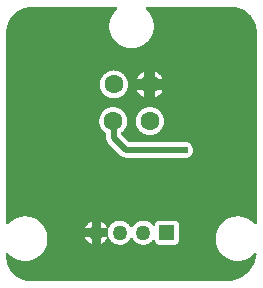
<source format=gbl>
G04 Layer: BottomLayer*
G04 EasyEDA v6.1.49, Tue, 04 Jun 2019 06:49:07 GMT*
G04 9f8e81427d8b462fa1083d36fee6df15,195b170a8e6c43a181dcefc3e1346bee,10*
G04 Gerber Generator version 0.2*
G04 Scale: 100 percent, Rotated: No, Reflected: No *
G04 Dimensions in millimeters *
G04 leading zeros omitted , absolute positions ,3 integer and 3 decimal *
%FSLAX33Y33*%
%MOMM*%
G90*
G71D02*

%ADD12C,0.508000*%
%ADD13C,0.619760*%
%ADD19C,1.600200*%
%ADD20C,1.270000*%

%LPD*%
G36*
G01X9707Y23604D02*
G01X2502Y23604D01*
G01X2437Y23603D01*
G01X2371Y23600D01*
G01X2306Y23595D01*
G01X2241Y23587D01*
G01X2176Y23578D01*
G01X2111Y23567D01*
G01X2047Y23554D01*
G01X1983Y23539D01*
G01X1920Y23521D01*
G01X1857Y23502D01*
G01X1795Y23481D01*
G01X1733Y23458D01*
G01X1673Y23433D01*
G01X1613Y23407D01*
G01X1554Y23378D01*
G01X1496Y23347D01*
G01X1439Y23315D01*
G01X1383Y23281D01*
G01X1328Y23245D01*
G01X1274Y23208D01*
G01X1221Y23169D01*
G01X1170Y23128D01*
G01X1120Y23086D01*
G01X1071Y23042D01*
G01X1024Y22997D01*
G01X978Y22950D01*
G01X933Y22902D01*
G01X890Y22852D01*
G01X849Y22801D01*
G01X809Y22749D01*
G01X771Y22696D01*
G01X735Y22641D01*
G01X700Y22585D01*
G01X667Y22529D01*
G01X636Y22471D01*
G01X607Y22412D01*
G01X579Y22353D01*
G01X553Y22293D01*
G01X530Y22231D01*
G01X508Y22170D01*
G01X488Y22107D01*
G01X470Y22044D01*
G01X454Y21980D01*
G01X440Y21916D01*
G01X428Y21852D01*
G01X418Y21787D01*
G01X410Y21722D01*
G01X404Y21657D01*
G01X400Y21591D01*
G01X398Y21526D01*
G01X398Y21524D01*
G01X399Y21519D01*
G01X399Y21500D01*
G01X398Y5296D01*
G01X399Y5282D01*
G01X403Y5268D01*
G01X408Y5254D01*
G01X415Y5241D01*
G01X423Y5230D01*
G01X433Y5219D01*
G01X445Y5211D01*
G01X458Y5204D01*
G01X471Y5199D01*
G01X486Y5196D01*
G01X500Y5195D01*
G01X514Y5196D01*
G01X529Y5199D01*
G01X542Y5204D01*
G01X555Y5211D01*
G01X567Y5220D01*
G01X577Y5230D01*
G01X618Y5276D01*
G01X661Y5321D01*
G01X706Y5365D01*
G01X752Y5407D01*
G01X799Y5448D01*
G01X847Y5487D01*
G01X897Y5524D01*
G01X948Y5560D01*
G01X1000Y5594D01*
G01X1053Y5626D01*
G01X1108Y5657D01*
G01X1163Y5685D01*
G01X1219Y5712D01*
G01X1276Y5737D01*
G01X1334Y5760D01*
G01X1392Y5782D01*
G01X1452Y5801D01*
G01X1511Y5818D01*
G01X1572Y5833D01*
G01X1632Y5847D01*
G01X1694Y5858D01*
G01X1755Y5867D01*
G01X1817Y5874D01*
G01X1879Y5879D01*
G01X1941Y5883D01*
G01X2004Y5884D01*
G01X2066Y5882D01*
G01X2129Y5879D01*
G01X2192Y5874D01*
G01X2255Y5867D01*
G01X2317Y5857D01*
G01X2379Y5846D01*
G01X2440Y5832D01*
G01X2501Y5817D01*
G01X2562Y5799D01*
G01X2621Y5779D01*
G01X2681Y5758D01*
G01X2739Y5734D01*
G01X2796Y5709D01*
G01X2853Y5681D01*
G01X2909Y5652D01*
G01X2963Y5621D01*
G01X3017Y5588D01*
G01X3070Y5553D01*
G01X3121Y5516D01*
G01X3171Y5478D01*
G01X3220Y5438D01*
G01X3267Y5397D01*
G01X3313Y5354D01*
G01X3357Y5309D01*
G01X3400Y5263D01*
G01X3442Y5216D01*
G01X3482Y5167D01*
G01X3520Y5117D01*
G01X3556Y5066D01*
G01X3591Y5013D01*
G01X3624Y4960D01*
G01X3655Y4905D01*
G01X3685Y4849D01*
G01X3712Y4793D01*
G01X3738Y4735D01*
G01X3761Y4677D01*
G01X3783Y4618D01*
G01X3803Y4558D01*
G01X3820Y4498D01*
G01X3836Y4437D01*
G01X3849Y4375D01*
G01X3861Y4313D01*
G01X3870Y4251D01*
G01X3878Y4189D01*
G01X3883Y4126D01*
G01X3886Y4063D01*
G01X3887Y4000D01*
G01X3886Y3937D01*
G01X3883Y3874D01*
G01X3878Y3811D01*
G01X3870Y3749D01*
G01X3861Y3687D01*
G01X3849Y3625D01*
G01X3836Y3563D01*
G01X3820Y3502D01*
G01X3803Y3442D01*
G01X3783Y3382D01*
G01X3761Y3323D01*
G01X3738Y3265D01*
G01X3712Y3207D01*
G01X3685Y3151D01*
G01X3655Y3095D01*
G01X3624Y3040D01*
G01X3591Y2987D01*
G01X3556Y2934D01*
G01X3520Y2883D01*
G01X3482Y2833D01*
G01X3442Y2784D01*
G01X3400Y2737D01*
G01X3357Y2691D01*
G01X3313Y2646D01*
G01X3267Y2603D01*
G01X3220Y2562D01*
G01X3171Y2522D01*
G01X3121Y2484D01*
G01X3070Y2447D01*
G01X3017Y2412D01*
G01X2963Y2379D01*
G01X2909Y2348D01*
G01X2853Y2319D01*
G01X2796Y2291D01*
G01X2739Y2266D01*
G01X2681Y2242D01*
G01X2621Y2221D01*
G01X2562Y2201D01*
G01X2501Y2183D01*
G01X2440Y2168D01*
G01X2379Y2154D01*
G01X2317Y2143D01*
G01X2255Y2133D01*
G01X2192Y2126D01*
G01X2129Y2121D01*
G01X2066Y2118D01*
G01X2004Y2116D01*
G01X1941Y2117D01*
G01X1879Y2121D01*
G01X1817Y2126D01*
G01X1755Y2133D01*
G01X1694Y2142D01*
G01X1632Y2153D01*
G01X1572Y2167D01*
G01X1511Y2182D01*
G01X1451Y2199D01*
G01X1392Y2218D01*
G01X1334Y2240D01*
G01X1276Y2263D01*
G01X1219Y2288D01*
G01X1163Y2315D01*
G01X1107Y2343D01*
G01X1053Y2374D01*
G01X1000Y2406D01*
G01X948Y2440D01*
G01X897Y2476D01*
G01X847Y2513D01*
G01X799Y2552D01*
G01X751Y2593D01*
G01X706Y2635D01*
G01X661Y2679D01*
G01X618Y2724D01*
G01X577Y2770D01*
G01X567Y2781D01*
G01X555Y2789D01*
G01X542Y2796D01*
G01X529Y2801D01*
G01X514Y2805D01*
G01X500Y2806D01*
G01X485Y2805D01*
G01X471Y2801D01*
G01X458Y2796D01*
G01X445Y2789D01*
G01X433Y2781D01*
G01X423Y2770D01*
G01X414Y2759D01*
G01X407Y2746D01*
G01X402Y2733D01*
G01X399Y2718D01*
G01X398Y2704D01*
G01X398Y2499D01*
G01X397Y2463D01*
G01X396Y2454D01*
G01X396Y2452D01*
G01X399Y2385D01*
G01X404Y2319D01*
G01X410Y2253D01*
G01X419Y2187D01*
G01X430Y2121D01*
G01X443Y2056D01*
G01X458Y1992D01*
G01X475Y1927D01*
G01X494Y1864D01*
G01X515Y1801D01*
G01X538Y1738D01*
G01X563Y1677D01*
G01X590Y1616D01*
G01X619Y1556D01*
G01X650Y1497D01*
G01X683Y1439D01*
G01X717Y1382D01*
G01X753Y1327D01*
G01X791Y1272D01*
G01X831Y1219D01*
G01X872Y1167D01*
G01X915Y1116D01*
G01X959Y1066D01*
G01X1005Y1019D01*
G01X1053Y972D01*
G01X1102Y927D01*
G01X1152Y884D01*
G01X1204Y842D01*
G01X1257Y802D01*
G01X1311Y764D01*
G01X1367Y727D01*
G01X1423Y692D01*
G01X1481Y659D01*
G01X1540Y628D01*
G01X1599Y598D01*
G01X1660Y571D01*
G01X1721Y545D01*
G01X1783Y522D01*
G01X1846Y500D01*
G01X1909Y480D01*
G01X1974Y463D01*
G01X2038Y447D01*
G01X2103Y433D01*
G01X2169Y422D01*
G01X2234Y413D01*
G01X2301Y405D01*
G01X2367Y400D01*
G01X2433Y397D01*
G01X2500Y396D01*
G01X19025Y396D01*
G01X19098Y397D01*
G01X19171Y401D01*
G01X19244Y407D01*
G01X19317Y414D01*
G01X19390Y424D01*
G01X19462Y436D01*
G01X19534Y450D01*
G01X19606Y466D01*
G01X19677Y484D01*
G01X19748Y504D01*
G01X19818Y526D01*
G01X19887Y549D01*
G01X19956Y575D01*
G01X20024Y603D01*
G01X20091Y633D01*
G01X20157Y664D01*
G01X20223Y697D01*
G01X20287Y733D01*
G01X20350Y770D01*
G01X20413Y808D01*
G01X20474Y849D01*
G01X20534Y891D01*
G01X20593Y935D01*
G01X20650Y981D01*
G01X20707Y1028D01*
G01X20761Y1076D01*
G01X20815Y1127D01*
G01X20867Y1178D01*
G01X20918Y1231D01*
G01X20967Y1286D01*
G01X21014Y1342D01*
G01X21060Y1399D01*
G01X21104Y1458D01*
G01X21147Y1517D01*
G01X21188Y1578D01*
G01X21227Y1640D01*
G01X21264Y1704D01*
G01X21300Y1768D01*
G01X21334Y1833D01*
G01X21366Y1899D01*
G01X21396Y1966D01*
G01X21424Y2034D01*
G01X21450Y2102D01*
G01X21475Y2171D01*
G01X21497Y2241D01*
G01X21517Y2312D01*
G01X21536Y2383D01*
G01X21552Y2454D01*
G01X21566Y2526D01*
G01X21579Y2599D01*
G01X21589Y2671D01*
G01X21590Y2684D01*
G01X21589Y2698D01*
G01X21586Y2713D01*
G01X21581Y2726D01*
G01X21574Y2739D01*
G01X21565Y2751D01*
G01X21555Y2761D01*
G01X21543Y2769D01*
G01X21530Y2776D01*
G01X21517Y2781D01*
G01X21503Y2785D01*
G01X21488Y2786D01*
G01X21471Y2784D01*
G01X21455Y2780D01*
G01X21439Y2773D01*
G01X21425Y2763D01*
G01X21412Y2751D01*
G01X21369Y2704D01*
G01X21325Y2659D01*
G01X21278Y2615D01*
G01X21231Y2572D01*
G01X21182Y2532D01*
G01X21131Y2493D01*
G01X21080Y2455D01*
G01X21027Y2420D01*
G01X20973Y2386D01*
G01X20918Y2354D01*
G01X20861Y2324D01*
G01X20804Y2296D01*
G01X20746Y2270D01*
G01X20687Y2245D01*
G01X20627Y2223D01*
G01X20567Y2203D01*
G01X20506Y2185D01*
G01X20444Y2169D01*
G01X20382Y2155D01*
G01X20319Y2143D01*
G01X20256Y2134D01*
G01X20193Y2126D01*
G01X20129Y2121D01*
G01X20066Y2118D01*
G01X20002Y2116D01*
G01X19939Y2118D01*
G01X19876Y2121D01*
G01X19813Y2126D01*
G01X19751Y2133D01*
G01X19689Y2143D01*
G01X19627Y2154D01*
G01X19565Y2168D01*
G01X19504Y2183D01*
G01X19444Y2201D01*
G01X19384Y2221D01*
G01X19325Y2242D01*
G01X19267Y2266D01*
G01X19209Y2291D01*
G01X19153Y2319D01*
G01X19097Y2348D01*
G01X19042Y2379D01*
G01X18989Y2412D01*
G01X18936Y2447D01*
G01X18885Y2484D01*
G01X18835Y2522D01*
G01X18786Y2562D01*
G01X18739Y2603D01*
G01X18693Y2646D01*
G01X18648Y2691D01*
G01X18605Y2737D01*
G01X18564Y2784D01*
G01X18524Y2833D01*
G01X18486Y2883D01*
G01X18449Y2934D01*
G01X18414Y2987D01*
G01X18381Y3040D01*
G01X18350Y3095D01*
G01X18321Y3151D01*
G01X18293Y3207D01*
G01X18268Y3265D01*
G01X18244Y3323D01*
G01X18223Y3382D01*
G01X18203Y3442D01*
G01X18185Y3502D01*
G01X18170Y3563D01*
G01X18156Y3625D01*
G01X18145Y3687D01*
G01X18135Y3749D01*
G01X18128Y3811D01*
G01X18123Y3874D01*
G01X18120Y3937D01*
G01X18118Y4000D01*
G01X18120Y4063D01*
G01X18123Y4126D01*
G01X18128Y4189D01*
G01X18135Y4251D01*
G01X18145Y4313D01*
G01X18156Y4375D01*
G01X18170Y4437D01*
G01X18185Y4498D01*
G01X18203Y4558D01*
G01X18223Y4618D01*
G01X18244Y4677D01*
G01X18268Y4735D01*
G01X18293Y4793D01*
G01X18321Y4849D01*
G01X18350Y4905D01*
G01X18381Y4960D01*
G01X18414Y5013D01*
G01X18449Y5066D01*
G01X18486Y5117D01*
G01X18524Y5167D01*
G01X18564Y5216D01*
G01X18605Y5263D01*
G01X18648Y5309D01*
G01X18693Y5354D01*
G01X18739Y5397D01*
G01X18786Y5438D01*
G01X18835Y5478D01*
G01X18885Y5516D01*
G01X18936Y5553D01*
G01X18989Y5588D01*
G01X19042Y5621D01*
G01X19097Y5652D01*
G01X19153Y5681D01*
G01X19209Y5709D01*
G01X19267Y5734D01*
G01X19325Y5758D01*
G01X19384Y5779D01*
G01X19444Y5799D01*
G01X19504Y5817D01*
G01X19565Y5832D01*
G01X19627Y5846D01*
G01X19689Y5857D01*
G01X19751Y5867D01*
G01X19813Y5874D01*
G01X19876Y5879D01*
G01X19939Y5882D01*
G01X20002Y5884D01*
G01X20064Y5883D01*
G01X20126Y5879D01*
G01X20188Y5874D01*
G01X20250Y5867D01*
G01X20312Y5858D01*
G01X20373Y5847D01*
G01X20434Y5833D01*
G01X20494Y5818D01*
G01X20554Y5801D01*
G01X20613Y5782D01*
G01X20672Y5760D01*
G01X20730Y5737D01*
G01X20787Y5712D01*
G01X20843Y5685D01*
G01X20898Y5657D01*
G01X20952Y5626D01*
G01X21006Y5594D01*
G01X21058Y5560D01*
G01X21109Y5524D01*
G01X21158Y5487D01*
G01X21207Y5448D01*
G01X21254Y5407D01*
G01X21300Y5365D01*
G01X21344Y5321D01*
G01X21387Y5276D01*
G01X21429Y5230D01*
G01X21439Y5220D01*
G01X21451Y5211D01*
G01X21463Y5204D01*
G01X21477Y5199D01*
G01X21491Y5196D01*
G01X21506Y5195D01*
G01X21520Y5196D01*
G01X21534Y5199D01*
G01X21548Y5204D01*
G01X21561Y5211D01*
G01X21572Y5219D01*
G01X21582Y5230D01*
G01X21591Y5241D01*
G01X21598Y5254D01*
G01X21603Y5268D01*
G01X21606Y5282D01*
G01X21607Y5296D01*
G01X21607Y21459D01*
G01X21606Y21467D01*
G01X21605Y21501D01*
G01X21604Y21567D01*
G01X21601Y21633D01*
G01X21595Y21698D01*
G01X21588Y21764D01*
G01X21579Y21830D01*
G01X21567Y21895D01*
G01X21554Y21959D01*
G01X21539Y22024D01*
G01X21521Y22087D01*
G01X21502Y22150D01*
G01X21480Y22213D01*
G01X21457Y22275D01*
G01X21432Y22336D01*
G01X21404Y22396D01*
G01X21375Y22455D01*
G01X21344Y22514D01*
G01X21312Y22571D01*
G01X21277Y22627D01*
G01X21241Y22683D01*
G01X21203Y22737D01*
G01X21163Y22789D01*
G01X21122Y22841D01*
G01X21079Y22891D01*
G01X21035Y22940D01*
G01X20989Y22988D01*
G01X20941Y23034D01*
G01X20892Y23078D01*
G01X20842Y23121D01*
G01X20791Y23162D01*
G01X20738Y23202D01*
G01X20684Y23240D01*
G01X20628Y23276D01*
G01X20572Y23311D01*
G01X20515Y23343D01*
G01X20456Y23374D01*
G01X20397Y23403D01*
G01X20337Y23431D01*
G01X20276Y23456D01*
G01X20214Y23479D01*
G01X20151Y23501D01*
G01X20088Y23520D01*
G01X20025Y23538D01*
G01X19960Y23553D01*
G01X19896Y23566D01*
G01X19831Y23578D01*
G01X19765Y23587D01*
G01X19700Y23594D01*
G01X19634Y23600D01*
G01X19568Y23603D01*
G01X19502Y23604D01*
G01X12299Y23604D01*
G01X12284Y23603D01*
G01X12270Y23600D01*
G01X12257Y23595D01*
G01X12244Y23588D01*
G01X12232Y23579D01*
G01X12222Y23569D01*
G01X12213Y23557D01*
G01X12206Y23544D01*
G01X12201Y23531D01*
G01X12198Y23517D01*
G01X12197Y23502D01*
G01X12198Y23488D01*
G01X12201Y23473D01*
G01X12206Y23460D01*
G01X12213Y23447D01*
G01X12222Y23435D01*
G01X12232Y23425D01*
G01X12279Y23384D01*
G01X12324Y23341D01*
G01X12368Y23296D01*
G01X12410Y23251D01*
G01X12450Y23203D01*
G01X12489Y23155D01*
G01X12527Y23105D01*
G01X12563Y23054D01*
G01X12597Y23002D01*
G01X12629Y22949D01*
G01X12659Y22895D01*
G01X12688Y22839D01*
G01X12715Y22783D01*
G01X12740Y22726D01*
G01X12763Y22668D01*
G01X12784Y22610D01*
G01X12804Y22551D01*
G01X12821Y22491D01*
G01X12836Y22430D01*
G01X12849Y22370D01*
G01X12861Y22308D01*
G01X12870Y22247D01*
G01X12877Y22185D01*
G01X12882Y22123D01*
G01X12885Y22061D01*
G01X12886Y21998D01*
G01X12885Y21936D01*
G01X12882Y21873D01*
G01X12877Y21810D01*
G01X12870Y21747D01*
G01X12860Y21685D01*
G01X12849Y21623D01*
G01X12835Y21562D01*
G01X12819Y21501D01*
G01X12802Y21440D01*
G01X12782Y21381D01*
G01X12760Y21321D01*
G01X12737Y21263D01*
G01X12711Y21206D01*
G01X12684Y21149D01*
G01X12655Y21093D01*
G01X12623Y21039D01*
G01X12590Y20985D01*
G01X12556Y20932D01*
G01X12519Y20881D01*
G01X12481Y20831D01*
G01X12441Y20782D01*
G01X12400Y20735D01*
G01X12357Y20689D01*
G01X12312Y20645D01*
G01X12266Y20602D01*
G01X12219Y20560D01*
G01X12170Y20520D01*
G01X12120Y20482D01*
G01X12069Y20446D01*
G01X12016Y20411D01*
G01X11963Y20378D01*
G01X11908Y20347D01*
G01X11852Y20317D01*
G01X11796Y20290D01*
G01X11738Y20264D01*
G01X11680Y20241D01*
G01X11621Y20219D01*
G01X11561Y20199D01*
G01X11500Y20182D01*
G01X11439Y20166D01*
G01X11378Y20153D01*
G01X11316Y20141D01*
G01X11254Y20132D01*
G01X11191Y20124D01*
G01X11129Y20119D01*
G01X11066Y20116D01*
G01X11003Y20115D01*
G01X10940Y20116D01*
G01X10877Y20119D01*
G01X10814Y20124D01*
G01X10752Y20132D01*
G01X10689Y20141D01*
G01X10628Y20153D01*
G01X10566Y20166D01*
G01X10505Y20182D01*
G01X10445Y20199D01*
G01X10385Y20219D01*
G01X10326Y20241D01*
G01X10267Y20264D01*
G01X10210Y20290D01*
G01X10153Y20317D01*
G01X10098Y20347D01*
G01X10043Y20378D01*
G01X9989Y20411D01*
G01X9937Y20446D01*
G01X9886Y20482D01*
G01X9835Y20520D01*
G01X9787Y20560D01*
G01X9739Y20602D01*
G01X9693Y20645D01*
G01X9649Y20689D01*
G01X9606Y20735D01*
G01X9564Y20782D01*
G01X9525Y20831D01*
G01X9486Y20881D01*
G01X9450Y20932D01*
G01X9415Y20985D01*
G01X9382Y21039D01*
G01X9351Y21093D01*
G01X9322Y21149D01*
G01X9294Y21206D01*
G01X9269Y21263D01*
G01X9245Y21321D01*
G01X9223Y21381D01*
G01X9204Y21440D01*
G01X9186Y21501D01*
G01X9171Y21562D01*
G01X9157Y21623D01*
G01X9145Y21685D01*
G01X9136Y21747D01*
G01X9129Y21810D01*
G01X9123Y21873D01*
G01X9120Y21936D01*
G01X9119Y21998D01*
G01X9120Y22061D01*
G01X9123Y22123D01*
G01X9128Y22185D01*
G01X9136Y22247D01*
G01X9145Y22308D01*
G01X9156Y22370D01*
G01X9169Y22430D01*
G01X9185Y22491D01*
G01X9202Y22551D01*
G01X9221Y22610D01*
G01X9242Y22668D01*
G01X9265Y22726D01*
G01X9290Y22783D01*
G01X9317Y22839D01*
G01X9346Y22895D01*
G01X9377Y22949D01*
G01X9409Y23002D01*
G01X9443Y23054D01*
G01X9479Y23105D01*
G01X9516Y23155D01*
G01X9555Y23203D01*
G01X9596Y23251D01*
G01X9638Y23296D01*
G01X9682Y23341D01*
G01X9727Y23384D01*
G01X9773Y23425D01*
G01X9783Y23435D01*
G01X9792Y23447D01*
G01X9799Y23460D01*
G01X9804Y23473D01*
G01X9807Y23488D01*
G01X9808Y23502D01*
G01X9807Y23517D01*
G01X9804Y23531D01*
G01X9799Y23544D01*
G01X9792Y23557D01*
G01X9784Y23569D01*
G01X9773Y23579D01*
G01X9762Y23588D01*
G01X9749Y23595D01*
G01X9735Y23600D01*
G01X9721Y23603D01*
G01X9707Y23604D01*
G37*

%LPC*%
G36*
G01X9504Y15134D02*
G01X9453Y15135D01*
G01X9403Y15134D01*
G01X9353Y15131D01*
G01X9303Y15126D01*
G01X9253Y15118D01*
G01X9204Y15109D01*
G01X9155Y15097D01*
G01X9107Y15083D01*
G01X9059Y15068D01*
G01X9012Y15050D01*
G01X8966Y15030D01*
G01X8921Y15009D01*
G01X8876Y14985D01*
G01X8833Y14960D01*
G01X8791Y14932D01*
G01X8750Y14903D01*
G01X8710Y14873D01*
G01X8671Y14840D01*
G01X8634Y14806D01*
G01X8599Y14771D01*
G01X8565Y14734D01*
G01X8532Y14695D01*
G01X8502Y14656D01*
G01X8473Y14615D01*
G01X8445Y14572D01*
G01X8420Y14529D01*
G01X8396Y14485D01*
G01X8375Y14439D01*
G01X8355Y14393D01*
G01X8337Y14346D01*
G01X8322Y14298D01*
G01X8308Y14250D01*
G01X8296Y14201D01*
G01X8287Y14152D01*
G01X8279Y14102D01*
G01X8274Y14052D01*
G01X8271Y14002D01*
G01X8270Y13952D01*
G01X8271Y13902D01*
G01X8274Y13853D01*
G01X8279Y13803D01*
G01X8286Y13754D01*
G01X8296Y13706D01*
G01X8307Y13658D01*
G01X8320Y13610D01*
G01X8335Y13563D01*
G01X8353Y13516D01*
G01X8372Y13471D01*
G01X8393Y13426D01*
G01X8416Y13382D01*
G01X8441Y13339D01*
G01X8467Y13297D01*
G01X8495Y13257D01*
G01X8525Y13217D01*
G01X8557Y13179D01*
G01X8590Y13142D01*
G01X8625Y13107D01*
G01X8661Y13073D01*
G01X8698Y13040D01*
G01X8737Y13009D01*
G01X8777Y12980D01*
G01X8818Y12953D01*
G01X8830Y12944D01*
G01X8840Y12934D01*
G01X8849Y12922D01*
G01X8856Y12910D01*
G01X8861Y12896D01*
G01X8864Y12882D01*
G01X8865Y12867D01*
G01X8865Y12500D01*
G01X8867Y12461D01*
G01X8870Y12423D01*
G01X8876Y12385D01*
G01X8884Y12347D01*
G01X8894Y12310D01*
G01X8907Y12274D01*
G01X8922Y12238D01*
G01X8938Y12204D01*
G01X8957Y12170D01*
G01X8978Y12138D01*
G01X9001Y12107D01*
G01X9026Y12077D01*
G01X9052Y12049D01*
G01X10052Y11049D01*
G01X10080Y11023D01*
G01X10110Y10998D01*
G01X10141Y10975D01*
G01X10173Y10954D01*
G01X10207Y10935D01*
G01X10241Y10918D01*
G01X10277Y10904D01*
G01X10313Y10891D01*
G01X10350Y10881D01*
G01X10388Y10873D01*
G01X10426Y10867D01*
G01X10464Y10863D01*
G01X10503Y10862D01*
G01X15213Y10862D01*
G01X15232Y10861D01*
G01X15250Y10855D01*
G01X15291Y10841D01*
G01X15332Y10829D01*
G01X15375Y10819D01*
G01X15417Y10813D01*
G01X15460Y10809D01*
G01X15504Y10807D01*
G01X15541Y10808D01*
G01X15579Y10811D01*
G01X15616Y10816D01*
G01X15653Y10823D01*
G01X15689Y10832D01*
G01X15725Y10843D01*
G01X15760Y10856D01*
G01X15795Y10871D01*
G01X15828Y10888D01*
G01X15861Y10906D01*
G01X15893Y10927D01*
G01X15923Y10949D01*
G01X15953Y10972D01*
G01X15981Y10997D01*
G01X16007Y11024D01*
G01X16032Y11052D01*
G01X16056Y11081D01*
G01X16078Y11111D01*
G01X16098Y11143D01*
G01X16116Y11176D01*
G01X16133Y11209D01*
G01X16148Y11244D01*
G01X16161Y11279D01*
G01X16172Y11315D01*
G01X16181Y11352D01*
G01X16188Y11388D01*
G01X16193Y11426D01*
G01X16196Y11463D01*
G01X16197Y11501D01*
G01X16196Y11538D01*
G01X16193Y11576D01*
G01X16188Y11613D01*
G01X16181Y11650D01*
G01X16172Y11686D01*
G01X16161Y11722D01*
G01X16148Y11757D01*
G01X16133Y11792D01*
G01X16116Y11825D01*
G01X16098Y11858D01*
G01X16078Y11890D01*
G01X16056Y11920D01*
G01X16032Y11950D01*
G01X16007Y11977D01*
G01X15981Y12004D01*
G01X15953Y12029D01*
G01X15923Y12053D01*
G01X15893Y12075D01*
G01X15861Y12095D01*
G01X15828Y12113D01*
G01X15795Y12130D01*
G01X15760Y12145D01*
G01X15725Y12158D01*
G01X15689Y12169D01*
G01X15653Y12178D01*
G01X15616Y12185D01*
G01X15579Y12190D01*
G01X15541Y12193D01*
G01X15504Y12194D01*
G01X15466Y12193D01*
G01X15429Y12190D01*
G01X15391Y12185D01*
G01X15354Y12178D01*
G01X15318Y12169D01*
G01X15282Y12158D01*
G01X15247Y12145D01*
G01X15228Y12139D01*
G01X15209Y12137D01*
G01X10809Y12137D01*
G01X10793Y12139D01*
G01X10778Y12142D01*
G01X10763Y12148D01*
G01X10749Y12157D01*
G01X10737Y12167D01*
G01X10170Y12734D01*
G01X10160Y12746D01*
G01X10152Y12760D01*
G01X10145Y12775D01*
G01X10142Y12790D01*
G01X10140Y12806D01*
G01X10140Y12937D01*
G01X10142Y12952D01*
G01X10145Y12967D01*
G01X10151Y12982D01*
G01X10159Y12995D01*
G01X10168Y13007D01*
G01X10180Y13017D01*
G01X10220Y13049D01*
G01X10258Y13084D01*
G01X10295Y13119D01*
G01X10330Y13156D01*
G01X10364Y13195D01*
G01X10396Y13235D01*
G01X10426Y13277D01*
G01X10454Y13320D01*
G01X10481Y13364D01*
G01X10505Y13409D01*
G01X10528Y13455D01*
G01X10548Y13502D01*
G01X10567Y13550D01*
G01X10583Y13598D01*
G01X10597Y13647D01*
G01X10609Y13697D01*
G01X10619Y13748D01*
G01X10627Y13798D01*
G01X10633Y13849D01*
G01X10636Y13900D01*
G01X10637Y13952D01*
G01X10636Y14002D01*
G01X10633Y14052D01*
G01X10627Y14102D01*
G01X10620Y14152D01*
G01X10610Y14201D01*
G01X10599Y14250D01*
G01X10585Y14298D01*
G01X10569Y14346D01*
G01X10552Y14393D01*
G01X10532Y14439D01*
G01X10510Y14485D01*
G01X10487Y14529D01*
G01X10461Y14572D01*
G01X10434Y14615D01*
G01X10405Y14656D01*
G01X10374Y14695D01*
G01X10342Y14734D01*
G01X10308Y14771D01*
G01X10272Y14806D01*
G01X10235Y14840D01*
G01X10197Y14873D01*
G01X10157Y14903D01*
G01X10116Y14932D01*
G01X10074Y14960D01*
G01X10031Y14985D01*
G01X9986Y15009D01*
G01X9941Y15030D01*
G01X9895Y15050D01*
G01X9848Y15068D01*
G01X9800Y15083D01*
G01X9752Y15097D01*
G01X9703Y15109D01*
G01X9653Y15118D01*
G01X9604Y15126D01*
G01X9554Y15131D01*
G01X9504Y15134D01*
G37*
G36*
G01X14635Y5519D02*
G01X13365Y5519D01*
G01X13337Y5517D01*
G01X13309Y5514D01*
G01X13281Y5509D01*
G01X13254Y5502D01*
G01X13227Y5493D01*
G01X13201Y5482D01*
G01X13176Y5469D01*
G01X13152Y5454D01*
G01X13129Y5437D01*
G01X13107Y5419D01*
G01X13087Y5399D01*
G01X13068Y5378D01*
G01X13051Y5355D01*
G01X13036Y5332D01*
G01X13022Y5307D01*
G01X13010Y5281D01*
G01X13001Y5255D01*
G01X12993Y5228D01*
G01X12987Y5200D01*
G01X12983Y5172D01*
G01X12981Y5157D01*
G01X12976Y5143D01*
G01X12969Y5130D01*
G01X12961Y5117D01*
G01X12950Y5106D01*
G01X12939Y5097D01*
G01X12926Y5090D01*
G01X12912Y5084D01*
G01X12897Y5081D01*
G01X12882Y5080D01*
G01X12867Y5081D01*
G01X12852Y5085D01*
G01X12837Y5091D01*
G01X12824Y5098D01*
G01X12812Y5108D01*
G01X12801Y5120D01*
G01X12772Y5156D01*
G01X12741Y5191D01*
G01X12709Y5225D01*
G01X12675Y5257D01*
G01X12640Y5287D01*
G01X12603Y5316D01*
G01X12565Y5343D01*
G01X12526Y5368D01*
G01X12485Y5392D01*
G01X12444Y5413D01*
G01X12402Y5433D01*
G01X12358Y5451D01*
G01X12314Y5466D01*
G01X12270Y5480D01*
G01X12225Y5492D01*
G01X12179Y5501D01*
G01X12133Y5509D01*
G01X12087Y5514D01*
G01X12040Y5517D01*
G01X11993Y5518D01*
G01X11947Y5517D01*
G01X11901Y5514D01*
G01X11856Y5509D01*
G01X11810Y5502D01*
G01X11765Y5492D01*
G01X11720Y5481D01*
G01X11676Y5468D01*
G01X11633Y5453D01*
G01X11590Y5435D01*
G01X11548Y5416D01*
G01X11507Y5395D01*
G01X11467Y5372D01*
G01X11429Y5347D01*
G01X11391Y5321D01*
G01X11354Y5293D01*
G01X11319Y5263D01*
G01X11285Y5232D01*
G01X11253Y5199D01*
G01X11222Y5165D01*
G01X11193Y5130D01*
G01X11165Y5093D01*
G01X11139Y5055D01*
G01X11115Y5016D01*
G01X11093Y4975D01*
G01X11084Y4962D01*
G01X11074Y4950D01*
G01X11062Y4940D01*
G01X11048Y4932D01*
G01X11034Y4926D01*
G01X11018Y4922D01*
G01X11003Y4921D01*
G01X10987Y4922D01*
G01X10972Y4926D01*
G01X10957Y4932D01*
G01X10944Y4940D01*
G01X10932Y4950D01*
G01X10921Y4962D01*
G01X10913Y4975D01*
G01X10891Y5016D01*
G01X10866Y5055D01*
G01X10840Y5093D01*
G01X10813Y5130D01*
G01X10783Y5165D01*
G01X10753Y5199D01*
G01X10720Y5232D01*
G01X10686Y5263D01*
G01X10651Y5293D01*
G01X10615Y5321D01*
G01X10577Y5347D01*
G01X10538Y5372D01*
G01X10498Y5395D01*
G01X10457Y5416D01*
G01X10415Y5435D01*
G01X10373Y5453D01*
G01X10329Y5468D01*
G01X10285Y5481D01*
G01X10240Y5492D01*
G01X10195Y5502D01*
G01X10150Y5509D01*
G01X10104Y5514D01*
G01X10058Y5517D01*
G01X10012Y5518D01*
G01X9965Y5517D01*
G01X9918Y5514D01*
G01X9871Y5509D01*
G01X9825Y5501D01*
G01X9779Y5491D01*
G01X9733Y5479D01*
G01X9688Y5465D01*
G01X9644Y5449D01*
G01X9600Y5431D01*
G01X9558Y5411D01*
G01X9516Y5389D01*
G01X9475Y5366D01*
G01X9436Y5340D01*
G01X9398Y5312D01*
G01X9361Y5283D01*
G01X9325Y5252D01*
G01X9291Y5219D01*
G01X9259Y5185D01*
G01X9228Y5150D01*
G01X9199Y5113D01*
G01X9171Y5075D01*
G01X9146Y5035D01*
G01X9122Y4994D01*
G01X9100Y4953D01*
G01X9092Y4939D01*
G01X9081Y4927D01*
G01X9069Y4916D01*
G01X9055Y4908D01*
G01X9041Y4901D01*
G01X9025Y4898D01*
G01X9009Y4896D01*
G01X8993Y4898D01*
G01X8977Y4901D01*
G01X8962Y4908D01*
G01X8949Y4916D01*
G01X8937Y4927D01*
G01X8926Y4939D01*
G01X8918Y4953D01*
G01X8896Y4994D01*
G01X8873Y5034D01*
G01X8848Y5073D01*
G01X8821Y5110D01*
G01X8793Y5147D01*
G01X8762Y5182D01*
G01X8731Y5215D01*
G01X8697Y5247D01*
G01X8663Y5278D01*
G01X8627Y5307D01*
G01X8589Y5334D01*
G01X8551Y5360D01*
G01X8511Y5384D01*
G01X8471Y5406D01*
G01X8429Y5426D01*
G01X8387Y5444D01*
G01X8387Y4881D01*
G01X8927Y4881D01*
G01X8942Y4880D01*
G01X8956Y4877D01*
G01X8970Y4872D01*
G01X8982Y4865D01*
G01X8994Y4856D01*
G01X9004Y4846D01*
G01X9013Y4834D01*
G01X9020Y4821D01*
G01X9025Y4808D01*
G01X9028Y4794D01*
G01X9029Y4779D01*
G01X9026Y4754D01*
G01X9014Y4704D01*
G01X9005Y4653D01*
G01X8999Y4602D01*
G01X8995Y4551D01*
G01X8994Y4500D01*
G01X8995Y4449D01*
G01X8999Y4397D01*
G01X9005Y4346D01*
G01X9014Y4296D01*
G01X9026Y4246D01*
G01X9029Y4220D01*
G01X9028Y4206D01*
G01X9025Y4192D01*
G01X9020Y4178D01*
G01X9013Y4166D01*
G01X9004Y4154D01*
G01X8994Y4144D01*
G01X8982Y4135D01*
G01X8970Y4128D01*
G01X8956Y4123D01*
G01X8942Y4120D01*
G01X8927Y4119D01*
G01X8387Y4119D01*
G01X8387Y3555D01*
G01X8429Y3574D01*
G01X8471Y3594D01*
G01X8511Y3616D01*
G01X8551Y3640D01*
G01X8589Y3665D01*
G01X8627Y3693D01*
G01X8663Y3722D01*
G01X8697Y3752D01*
G01X8731Y3784D01*
G01X8762Y3818D01*
G01X8793Y3853D01*
G01X8821Y3890D01*
G01X8848Y3927D01*
G01X8873Y3966D01*
G01X8896Y4006D01*
G01X8918Y4047D01*
G01X8926Y4061D01*
G01X8937Y4073D01*
G01X8949Y4084D01*
G01X8962Y4092D01*
G01X8977Y4098D01*
G01X8993Y4102D01*
G01X9009Y4103D01*
G01X9025Y4102D01*
G01X9041Y4098D01*
G01X9055Y4092D01*
G01X9069Y4084D01*
G01X9081Y4073D01*
G01X9092Y4061D01*
G01X9100Y4047D01*
G01X9122Y4005D01*
G01X9146Y3965D01*
G01X9171Y3925D01*
G01X9199Y3887D01*
G01X9228Y3850D01*
G01X9259Y3814D01*
G01X9291Y3780D01*
G01X9325Y3748D01*
G01X9361Y3717D01*
G01X9398Y3687D01*
G01X9436Y3660D01*
G01X9475Y3634D01*
G01X9516Y3610D01*
G01X9558Y3588D01*
G01X9600Y3568D01*
G01X9644Y3550D01*
G01X9688Y3534D01*
G01X9733Y3520D01*
G01X9779Y3508D01*
G01X9825Y3499D01*
G01X9871Y3491D01*
G01X9918Y3486D01*
G01X9965Y3482D01*
G01X10012Y3481D01*
G01X10058Y3482D01*
G01X10104Y3485D01*
G01X10150Y3491D01*
G01X10195Y3498D01*
G01X10240Y3507D01*
G01X10285Y3519D01*
G01X10329Y3532D01*
G01X10373Y3547D01*
G01X10415Y3565D01*
G01X10457Y3584D01*
G01X10498Y3605D01*
G01X10538Y3628D01*
G01X10577Y3652D01*
G01X10615Y3679D01*
G01X10651Y3707D01*
G01X10686Y3736D01*
G01X10720Y3768D01*
G01X10753Y3800D01*
G01X10813Y3870D01*
G01X10840Y3907D01*
G01X10866Y3945D01*
G01X10891Y3984D01*
G01X10913Y4024D01*
G01X10921Y4038D01*
G01X10932Y4050D01*
G01X10944Y4060D01*
G01X10957Y4068D01*
G01X10972Y4074D01*
G01X10987Y4077D01*
G01X11003Y4079D01*
G01X11018Y4077D01*
G01X11034Y4074D01*
G01X11048Y4068D01*
G01X11062Y4060D01*
G01X11074Y4050D01*
G01X11084Y4038D01*
G01X11093Y4024D01*
G01X11115Y3984D01*
G01X11139Y3945D01*
G01X11165Y3907D01*
G01X11193Y3870D01*
G01X11222Y3835D01*
G01X11253Y3800D01*
G01X11285Y3768D01*
G01X11319Y3736D01*
G01X11354Y3707D01*
G01X11391Y3679D01*
G01X11429Y3652D01*
G01X11467Y3628D01*
G01X11507Y3605D01*
G01X11548Y3584D01*
G01X11590Y3565D01*
G01X11633Y3547D01*
G01X11676Y3532D01*
G01X11720Y3519D01*
G01X11765Y3507D01*
G01X11810Y3498D01*
G01X11856Y3491D01*
G01X11901Y3485D01*
G01X11947Y3482D01*
G01X11993Y3481D01*
G01X12040Y3482D01*
G01X12087Y3486D01*
G01X12133Y3491D01*
G01X12179Y3498D01*
G01X12225Y3508D01*
G01X12270Y3520D01*
G01X12314Y3533D01*
G01X12358Y3549D01*
G01X12402Y3567D01*
G01X12444Y3586D01*
G01X12485Y3608D01*
G01X12526Y3631D01*
G01X12565Y3657D01*
G01X12603Y3684D01*
G01X12640Y3713D01*
G01X12675Y3743D01*
G01X12709Y3775D01*
G01X12741Y3809D01*
G01X12772Y3844D01*
G01X12802Y3880D01*
G01X12812Y3891D01*
G01X12824Y3901D01*
G01X12837Y3909D01*
G01X12852Y3915D01*
G01X12867Y3918D01*
G01X12882Y3920D01*
G01X12897Y3919D01*
G01X12912Y3915D01*
G01X12926Y3910D01*
G01X12939Y3903D01*
G01X12950Y3893D01*
G01X12961Y3882D01*
G01X12969Y3870D01*
G01X12976Y3857D01*
G01X12981Y3843D01*
G01X12983Y3828D01*
G01X12987Y3800D01*
G01X12993Y3772D01*
G01X13001Y3745D01*
G01X13010Y3719D01*
G01X13022Y3693D01*
G01X13036Y3668D01*
G01X13051Y3644D01*
G01X13068Y3622D01*
G01X13087Y3601D01*
G01X13107Y3581D01*
G01X13129Y3563D01*
G01X13152Y3546D01*
G01X13176Y3531D01*
G01X13201Y3518D01*
G01X13227Y3507D01*
G01X13254Y3498D01*
G01X13281Y3491D01*
G01X13309Y3486D01*
G01X13337Y3483D01*
G01X13365Y3481D01*
G01X14635Y3481D01*
G01X14664Y3483D01*
G01X14692Y3486D01*
G01X14720Y3491D01*
G01X14748Y3498D01*
G01X14775Y3508D01*
G01X14801Y3519D01*
G01X14827Y3533D01*
G01X14851Y3548D01*
G01X14874Y3565D01*
G01X14896Y3584D01*
G01X14916Y3604D01*
G01X14935Y3626D01*
G01X14952Y3649D01*
G01X14967Y3673D01*
G01X14981Y3699D01*
G01X14992Y3725D01*
G01X15001Y3752D01*
G01X15009Y3780D01*
G01X15014Y3808D01*
G01X15017Y3836D01*
G01X15019Y3865D01*
G01X15019Y5135D01*
G01X15017Y5164D01*
G01X15014Y5192D01*
G01X15009Y5220D01*
G01X15001Y5248D01*
G01X14992Y5275D01*
G01X14981Y5301D01*
G01X14967Y5327D01*
G01X14952Y5351D01*
G01X14935Y5374D01*
G01X14916Y5396D01*
G01X14896Y5416D01*
G01X14874Y5435D01*
G01X14851Y5452D01*
G01X14827Y5467D01*
G01X14801Y5481D01*
G01X14775Y5492D01*
G01X14748Y5502D01*
G01X14720Y5509D01*
G01X14692Y5514D01*
G01X14664Y5517D01*
G01X14635Y5519D01*
G37*
G36*
G01X9554Y18233D02*
G01X9504Y18234D01*
G01X9454Y18233D01*
G01X9404Y18230D01*
G01X9354Y18225D01*
G01X9304Y18217D01*
G01X9255Y18208D01*
G01X9206Y18196D01*
G01X9158Y18182D01*
G01X9110Y18167D01*
G01X9063Y18149D01*
G01X9017Y18129D01*
G01X8971Y18107D01*
G01X8927Y18084D01*
G01X8884Y18058D01*
G01X8841Y18031D01*
G01X8800Y18002D01*
G01X8761Y17971D01*
G01X8722Y17939D01*
G01X8685Y17905D01*
G01X8650Y17870D01*
G01X8616Y17833D01*
G01X8583Y17794D01*
G01X8553Y17754D01*
G01X8524Y17713D01*
G01X8496Y17671D01*
G01X8471Y17628D01*
G01X8447Y17583D01*
G01X8426Y17538D01*
G01X8406Y17492D01*
G01X8388Y17445D01*
G01X8372Y17397D01*
G01X8359Y17349D01*
G01X8347Y17300D01*
G01X8338Y17251D01*
G01X8330Y17201D01*
G01X8325Y17151D01*
G01X8322Y17101D01*
G01X8321Y17051D01*
G01X8322Y17000D01*
G01X8325Y16950D01*
G01X8330Y16900D01*
G01X8338Y16850D01*
G01X8347Y16801D01*
G01X8359Y16752D01*
G01X8372Y16704D01*
G01X8388Y16656D01*
G01X8406Y16609D01*
G01X8426Y16563D01*
G01X8447Y16518D01*
G01X8471Y16473D01*
G01X8496Y16430D01*
G01X8524Y16388D01*
G01X8553Y16347D01*
G01X8583Y16307D01*
G01X8616Y16269D01*
G01X8650Y16232D01*
G01X8685Y16196D01*
G01X8722Y16162D01*
G01X8761Y16130D01*
G01X8800Y16099D01*
G01X8841Y16070D01*
G01X8884Y16043D01*
G01X8927Y16017D01*
G01X8971Y15994D01*
G01X9017Y15972D01*
G01X9063Y15952D01*
G01X9110Y15934D01*
G01X9158Y15919D01*
G01X9206Y15905D01*
G01X9255Y15893D01*
G01X9304Y15884D01*
G01X9354Y15876D01*
G01X9404Y15871D01*
G01X9454Y15868D01*
G01X9504Y15867D01*
G01X9554Y15868D01*
G01X9605Y15871D01*
G01X9655Y15876D01*
G01X9704Y15884D01*
G01X9754Y15893D01*
G01X9802Y15905D01*
G01X9851Y15919D01*
G01X9898Y15934D01*
G01X9946Y15952D01*
G01X9992Y15972D01*
G01X10037Y15994D01*
G01X10081Y16017D01*
G01X10125Y16043D01*
G01X10167Y16070D01*
G01X10208Y16099D01*
G01X10248Y16130D01*
G01X10286Y16162D01*
G01X10323Y16196D01*
G01X10359Y16232D01*
G01X10393Y16269D01*
G01X10425Y16307D01*
G01X10456Y16347D01*
G01X10485Y16388D01*
G01X10512Y16430D01*
G01X10538Y16473D01*
G01X10561Y16518D01*
G01X10583Y16563D01*
G01X10602Y16609D01*
G01X10620Y16656D01*
G01X10636Y16704D01*
G01X10650Y16752D01*
G01X10661Y16801D01*
G01X10671Y16850D01*
G01X10678Y16900D01*
G01X10684Y16950D01*
G01X10687Y17000D01*
G01X10688Y17051D01*
G01X10687Y17101D01*
G01X10684Y17151D01*
G01X10678Y17201D01*
G01X10671Y17251D01*
G01X10661Y17300D01*
G01X10650Y17349D01*
G01X10636Y17397D01*
G01X10620Y17445D01*
G01X10602Y17492D01*
G01X10583Y17538D01*
G01X10561Y17583D01*
G01X10538Y17628D01*
G01X10512Y17671D01*
G01X10485Y17713D01*
G01X10456Y17754D01*
G01X10425Y17794D01*
G01X10393Y17833D01*
G01X10359Y17870D01*
G01X10323Y17905D01*
G01X10286Y17939D01*
G01X10248Y17971D01*
G01X10208Y18002D01*
G01X10167Y18031D01*
G01X10125Y18058D01*
G01X10081Y18084D01*
G01X10037Y18107D01*
G01X9992Y18129D01*
G01X9946Y18149D01*
G01X9898Y18167D01*
G01X9851Y18182D01*
G01X9802Y18196D01*
G01X9754Y18208D01*
G01X9704Y18217D01*
G01X9655Y18225D01*
G01X9605Y18230D01*
G01X9554Y18233D01*
G37*
G36*
G01X12602Y15134D02*
G01X12552Y15135D01*
G01X12502Y15134D01*
G01X12452Y15131D01*
G01X12402Y15126D01*
G01X12352Y15118D01*
G01X12303Y15109D01*
G01X12254Y15097D01*
G01X12206Y15083D01*
G01X12158Y15068D01*
G01X12111Y15050D01*
G01X12065Y15030D01*
G01X12019Y15009D01*
G01X11975Y14985D01*
G01X11932Y14960D01*
G01X11889Y14932D01*
G01X11848Y14903D01*
G01X11809Y14873D01*
G01X11770Y14840D01*
G01X11733Y14806D01*
G01X11698Y14771D01*
G01X11664Y14734D01*
G01X11631Y14695D01*
G01X11601Y14656D01*
G01X11572Y14615D01*
G01X11544Y14572D01*
G01X11519Y14529D01*
G01X11495Y14485D01*
G01X11474Y14439D01*
G01X11454Y14393D01*
G01X11436Y14346D01*
G01X11420Y14298D01*
G01X11407Y14250D01*
G01X11395Y14201D01*
G01X11386Y14152D01*
G01X11378Y14102D01*
G01X11373Y14052D01*
G01X11370Y14002D01*
G01X11369Y13952D01*
G01X11370Y13901D01*
G01X11373Y13851D01*
G01X11378Y13801D01*
G01X11386Y13752D01*
G01X11395Y13702D01*
G01X11407Y13653D01*
G01X11420Y13605D01*
G01X11436Y13557D01*
G01X11454Y13510D01*
G01X11474Y13464D01*
G01X11495Y13419D01*
G01X11519Y13374D01*
G01X11544Y13331D01*
G01X11572Y13289D01*
G01X11601Y13248D01*
G01X11631Y13208D01*
G01X11664Y13170D01*
G01X11698Y13133D01*
G01X11733Y13097D01*
G01X11770Y13063D01*
G01X11809Y13031D01*
G01X11848Y13000D01*
G01X11889Y12971D01*
G01X11932Y12944D01*
G01X11975Y12918D01*
G01X12019Y12895D01*
G01X12065Y12873D01*
G01X12111Y12853D01*
G01X12158Y12836D01*
G01X12206Y12820D01*
G01X12254Y12806D01*
G01X12303Y12795D01*
G01X12352Y12785D01*
G01X12402Y12778D01*
G01X12452Y12772D01*
G01X12502Y12769D01*
G01X12552Y12768D01*
G01X12602Y12769D01*
G01X12653Y12772D01*
G01X12703Y12778D01*
G01X12752Y12785D01*
G01X12802Y12795D01*
G01X12850Y12806D01*
G01X12899Y12820D01*
G01X12946Y12836D01*
G01X12994Y12853D01*
G01X13040Y12873D01*
G01X13085Y12895D01*
G01X13129Y12918D01*
G01X13173Y12944D01*
G01X13215Y12971D01*
G01X13256Y13000D01*
G01X13296Y13031D01*
G01X13334Y13063D01*
G01X13371Y13097D01*
G01X13407Y13133D01*
G01X13441Y13170D01*
G01X13473Y13208D01*
G01X13504Y13248D01*
G01X13533Y13289D01*
G01X13560Y13331D01*
G01X13586Y13374D01*
G01X13609Y13419D01*
G01X13631Y13464D01*
G01X13650Y13510D01*
G01X13668Y13557D01*
G01X13684Y13605D01*
G01X13698Y13653D01*
G01X13709Y13702D01*
G01X13719Y13752D01*
G01X13726Y13801D01*
G01X13732Y13851D01*
G01X13735Y13901D01*
G01X13736Y13952D01*
G01X13735Y14002D01*
G01X13732Y14052D01*
G01X13726Y14102D01*
G01X13719Y14152D01*
G01X13709Y14201D01*
G01X13698Y14250D01*
G01X13684Y14298D01*
G01X13668Y14346D01*
G01X13650Y14393D01*
G01X13631Y14439D01*
G01X13609Y14485D01*
G01X13586Y14529D01*
G01X13560Y14572D01*
G01X13533Y14615D01*
G01X13504Y14656D01*
G01X13473Y14695D01*
G01X13441Y14734D01*
G01X13407Y14771D01*
G01X13371Y14806D01*
G01X13334Y14840D01*
G01X13296Y14873D01*
G01X13256Y14903D01*
G01X13215Y14932D01*
G01X13173Y14960D01*
G01X13129Y14985D01*
G01X13085Y15009D01*
G01X13040Y15030D01*
G01X12994Y15050D01*
G01X12946Y15068D01*
G01X12899Y15083D01*
G01X12850Y15097D01*
G01X12802Y15109D01*
G01X12752Y15118D01*
G01X12703Y15126D01*
G01X12653Y15131D01*
G01X12602Y15134D01*
G37*
G36*
G01X12089Y17514D02*
G01X12089Y18140D01*
G01X12043Y18119D01*
G01X11998Y18096D01*
G01X11954Y18072D01*
G01X11911Y18045D01*
G01X11869Y18017D01*
G01X11829Y17987D01*
G01X11789Y17956D01*
G01X11752Y17922D01*
G01X11715Y17887D01*
G01X11680Y17851D01*
G01X11647Y17813D01*
G01X11615Y17774D01*
G01X11586Y17734D01*
G01X11557Y17692D01*
G01X11531Y17649D01*
G01X11506Y17605D01*
G01X11484Y17560D01*
G01X11463Y17514D01*
G01X12089Y17514D01*
G37*
G36*
G01X12089Y16587D02*
G01X11463Y16587D01*
G01X11484Y16541D01*
G01X11506Y16496D01*
G01X11531Y16452D01*
G01X11557Y16409D01*
G01X11586Y16367D01*
G01X11615Y16327D01*
G01X11647Y16288D01*
G01X11680Y16250D01*
G01X11715Y16214D01*
G01X11752Y16179D01*
G01X11789Y16145D01*
G01X11829Y16114D01*
G01X11869Y16084D01*
G01X11911Y16056D01*
G01X11954Y16029D01*
G01X11998Y16005D01*
G01X12043Y15982D01*
G01X12089Y15961D01*
G01X12089Y16587D01*
G37*
G36*
G01X13641Y16587D02*
G01X13016Y16587D01*
G01X13016Y15961D01*
G01X13062Y15982D01*
G01X13107Y16005D01*
G01X13151Y16029D01*
G01X13194Y16056D01*
G01X13235Y16084D01*
G01X13276Y16114D01*
G01X13315Y16145D01*
G01X13353Y16179D01*
G01X13389Y16214D01*
G01X13424Y16250D01*
G01X13457Y16288D01*
G01X13489Y16327D01*
G01X13519Y16367D01*
G01X13547Y16409D01*
G01X13573Y16452D01*
G01X13598Y16496D01*
G01X13621Y16541D01*
G01X13641Y16587D01*
G37*
G36*
G01X13062Y18119D02*
G01X13016Y18140D01*
G01X13016Y17514D01*
G01X13641Y17514D01*
G01X13621Y17560D01*
G01X13598Y17605D01*
G01X13573Y17649D01*
G01X13547Y17692D01*
G01X13519Y17734D01*
G01X13489Y17774D01*
G01X13457Y17813D01*
G01X13424Y17851D01*
G01X13389Y17887D01*
G01X13353Y17922D01*
G01X13315Y17956D01*
G01X13276Y17987D01*
G01X13235Y18017D01*
G01X13194Y18045D01*
G01X13151Y18072D01*
G01X13107Y18096D01*
G01X13062Y18119D01*
G37*
G36*
G01X7625Y4119D02*
G01X7061Y4119D01*
G01X7079Y4077D01*
G01X7099Y4036D01*
G01X7120Y3996D01*
G01X7144Y3957D01*
G01X7169Y3919D01*
G01X7196Y3882D01*
G01X7224Y3847D01*
G01X7254Y3813D01*
G01X7285Y3780D01*
G01X7318Y3748D01*
G01X7352Y3718D01*
G01X7388Y3690D01*
G01X7425Y3663D01*
G01X7463Y3638D01*
G01X7502Y3615D01*
G01X7542Y3593D01*
G01X7583Y3573D01*
G01X7625Y3555D01*
G01X7625Y4119D01*
G37*
G36*
G01X7625Y4881D02*
G01X7625Y5444D01*
G01X7583Y5427D01*
G01X7542Y5407D01*
G01X7502Y5385D01*
G01X7463Y5362D01*
G01X7425Y5337D01*
G01X7388Y5310D01*
G01X7352Y5281D01*
G01X7318Y5252D01*
G01X7285Y5220D01*
G01X7254Y5187D01*
G01X7224Y5153D01*
G01X7196Y5117D01*
G01X7169Y5081D01*
G01X7144Y5043D01*
G01X7120Y5004D01*
G01X7099Y4964D01*
G01X7079Y4923D01*
G01X7061Y4881D01*
G01X7625Y4881D01*
G37*

%LPD*%
G54D12*
G01X15503Y11500D02*
G01X10503Y11500D01*
G01X9503Y12500D01*
G01X9503Y13902D01*
G01X9453Y13952D01*
G54D19*
G01X12552Y13952D03*
G01X12552Y17051D03*
G01X9453Y13952D03*
G01X9504Y17051D03*
G36*
G01X14635Y3865D02*
G01X13365Y3865D01*
G01X13365Y5135D01*
G01X14635Y5135D01*
G01X14635Y3865D01*
G37*
G54D20*
G01X11993Y4500D03*
G01X10012Y4500D03*
G01X8006Y4500D03*
G54D13*
G01X5006Y13997D03*
G01X3502Y7500D03*
G01X15503Y8500D03*
G01X16004Y17500D03*
G01X5003Y19999D03*
G01X15504Y11501D03*
M00*
M02*

</source>
